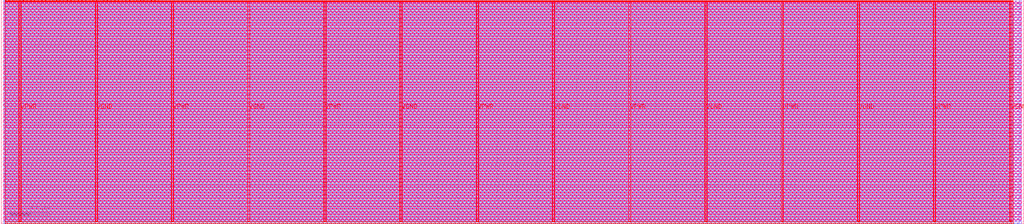
<source format=lef>
VERSION 5.7 ;
  NOWIREEXTENSIONATPIN ON ;
  DIVIDERCHAR "/" ;
  BUSBITCHARS "[]" ;
MACRO tt_um_rng_3_lucaz97
  CLASS BLOCK ;
  FOREIGN tt_um_rng_3_lucaz97 ;
  ORIGIN 0.000 0.000 ;
  SIZE 1030.400 BY 225.760 ;
  PIN VGND
    DIRECTION INOUT ;
    USE GROUND ;
    PORT
      LAYER met4 ;
        RECT 95.080 2.480 96.680 223.280 ;
    END
    PORT
      LAYER met4 ;
        RECT 248.680 2.480 250.280 223.280 ;
    END
    PORT
      LAYER met4 ;
        RECT 402.280 2.480 403.880 223.280 ;
    END
    PORT
      LAYER met4 ;
        RECT 555.880 2.480 557.480 223.280 ;
    END
    PORT
      LAYER met4 ;
        RECT 709.480 2.480 711.080 223.280 ;
    END
    PORT
      LAYER met4 ;
        RECT 863.080 2.480 864.680 223.280 ;
    END
    PORT
      LAYER met4 ;
        RECT 1016.680 2.480 1018.280 223.280 ;
    END
  END VGND
  PIN VPWR
    DIRECTION INOUT ;
    USE POWER ;
    PORT
      LAYER met4 ;
        RECT 18.280 2.480 19.880 223.280 ;
    END
    PORT
      LAYER met4 ;
        RECT 171.880 2.480 173.480 223.280 ;
    END
    PORT
      LAYER met4 ;
        RECT 325.480 2.480 327.080 223.280 ;
    END
    PORT
      LAYER met4 ;
        RECT 479.080 2.480 480.680 223.280 ;
    END
    PORT
      LAYER met4 ;
        RECT 632.680 2.480 634.280 223.280 ;
    END
    PORT
      LAYER met4 ;
        RECT 786.280 2.480 787.880 223.280 ;
    END
    PORT
      LAYER met4 ;
        RECT 939.880 2.480 941.480 223.280 ;
    END
  END VPWR
  PIN clk
    DIRECTION INPUT ;
    USE SIGNAL ;
    ANTENNAGATEAREA 0.852000 ;
    PORT
      LAYER met4 ;
        RECT 154.870 224.760 155.170 225.760 ;
    END
  END clk
  PIN ena
    DIRECTION INPUT ;
    USE SIGNAL ;
    PORT
      LAYER met4 ;
        RECT 158.550 224.760 158.850 225.760 ;
    END
  END ena
  PIN rst_n
    DIRECTION INPUT ;
    USE SIGNAL ;
    ANTENNAGATEAREA 0.247500 ;
    PORT
      LAYER met4 ;
        RECT 151.190 224.760 151.490 225.760 ;
    END
  END rst_n
  PIN ui_in[0]
    DIRECTION INPUT ;
    USE SIGNAL ;
    ANTENNAGATEAREA 0.742500 ;
    PORT
      LAYER met4 ;
        RECT 147.510 224.760 147.810 225.760 ;
    END
  END ui_in[0]
  PIN ui_in[1]
    DIRECTION INPUT ;
    USE SIGNAL ;
    PORT
      LAYER met4 ;
        RECT 143.830 224.760 144.130 225.760 ;
    END
  END ui_in[1]
  PIN ui_in[2]
    DIRECTION INPUT ;
    USE SIGNAL ;
    PORT
      LAYER met4 ;
        RECT 140.150 224.760 140.450 225.760 ;
    END
  END ui_in[2]
  PIN ui_in[3]
    DIRECTION INPUT ;
    USE SIGNAL ;
    PORT
      LAYER met4 ;
        RECT 136.470 224.760 136.770 225.760 ;
    END
  END ui_in[3]
  PIN ui_in[4]
    DIRECTION INPUT ;
    USE SIGNAL ;
    PORT
      LAYER met4 ;
        RECT 132.790 224.760 133.090 225.760 ;
    END
  END ui_in[4]
  PIN ui_in[5]
    DIRECTION INPUT ;
    USE SIGNAL ;
    PORT
      LAYER met4 ;
        RECT 129.110 224.760 129.410 225.760 ;
    END
  END ui_in[5]
  PIN ui_in[6]
    DIRECTION INPUT ;
    USE SIGNAL ;
    PORT
      LAYER met4 ;
        RECT 125.430 224.760 125.730 225.760 ;
    END
  END ui_in[6]
  PIN ui_in[7]
    DIRECTION INPUT ;
    USE SIGNAL ;
    PORT
      LAYER met4 ;
        RECT 121.750 224.760 122.050 225.760 ;
    END
  END ui_in[7]
  PIN uio_in[0]
    DIRECTION INPUT ;
    USE SIGNAL ;
    PORT
      LAYER met4 ;
        RECT 118.070 224.760 118.370 225.760 ;
    END
  END uio_in[0]
  PIN uio_in[1]
    DIRECTION INPUT ;
    USE SIGNAL ;
    PORT
      LAYER met4 ;
        RECT 114.390 224.760 114.690 225.760 ;
    END
  END uio_in[1]
  PIN uio_in[2]
    DIRECTION INPUT ;
    USE SIGNAL ;
    PORT
      LAYER met4 ;
        RECT 110.710 224.760 111.010 225.760 ;
    END
  END uio_in[2]
  PIN uio_in[3]
    DIRECTION INPUT ;
    USE SIGNAL ;
    PORT
      LAYER met4 ;
        RECT 107.030 224.760 107.330 225.760 ;
    END
  END uio_in[3]
  PIN uio_in[4]
    DIRECTION INPUT ;
    USE SIGNAL ;
    PORT
      LAYER met4 ;
        RECT 103.350 224.760 103.650 225.760 ;
    END
  END uio_in[4]
  PIN uio_in[5]
    DIRECTION INPUT ;
    USE SIGNAL ;
    PORT
      LAYER met4 ;
        RECT 99.670 224.760 99.970 225.760 ;
    END
  END uio_in[5]
  PIN uio_in[6]
    DIRECTION INPUT ;
    USE SIGNAL ;
    PORT
      LAYER met4 ;
        RECT 95.990 224.760 96.290 225.760 ;
    END
  END uio_in[6]
  PIN uio_in[7]
    DIRECTION INPUT ;
    USE SIGNAL ;
    PORT
      LAYER met4 ;
        RECT 92.310 224.760 92.610 225.760 ;
    END
  END uio_in[7]
  PIN uio_oe[0]
    DIRECTION OUTPUT TRISTATE ;
    USE SIGNAL ;
    PORT
      LAYER met4 ;
        RECT 29.750 224.760 30.050 225.760 ;
    END
  END uio_oe[0]
  PIN uio_oe[1]
    DIRECTION OUTPUT TRISTATE ;
    USE SIGNAL ;
    PORT
      LAYER met4 ;
        RECT 26.070 224.760 26.370 225.760 ;
    END
  END uio_oe[1]
  PIN uio_oe[2]
    DIRECTION OUTPUT TRISTATE ;
    USE SIGNAL ;
    PORT
      LAYER met4 ;
        RECT 22.390 224.760 22.690 225.760 ;
    END
  END uio_oe[2]
  PIN uio_oe[3]
    DIRECTION OUTPUT TRISTATE ;
    USE SIGNAL ;
    PORT
      LAYER met4 ;
        RECT 18.710 224.760 19.010 225.760 ;
    END
  END uio_oe[3]
  PIN uio_oe[4]
    DIRECTION OUTPUT TRISTATE ;
    USE SIGNAL ;
    PORT
      LAYER met4 ;
        RECT 15.030 224.760 15.330 225.760 ;
    END
  END uio_oe[4]
  PIN uio_oe[5]
    DIRECTION OUTPUT TRISTATE ;
    USE SIGNAL ;
    PORT
      LAYER met4 ;
        RECT 11.350 224.760 11.650 225.760 ;
    END
  END uio_oe[5]
  PIN uio_oe[6]
    DIRECTION OUTPUT TRISTATE ;
    USE SIGNAL ;
    PORT
      LAYER met4 ;
        RECT 7.670 224.760 7.970 225.760 ;
    END
  END uio_oe[6]
  PIN uio_oe[7]
    DIRECTION OUTPUT TRISTATE ;
    USE SIGNAL ;
    PORT
      LAYER met4 ;
        RECT 3.990 224.760 4.290 225.760 ;
    END
  END uio_oe[7]
  PIN uio_out[0]
    DIRECTION OUTPUT TRISTATE ;
    USE SIGNAL ;
    PORT
      LAYER met4 ;
        RECT 59.190 224.760 59.490 225.760 ;
    END
  END uio_out[0]
  PIN uio_out[1]
    DIRECTION OUTPUT TRISTATE ;
    USE SIGNAL ;
    PORT
      LAYER met4 ;
        RECT 55.510 224.760 55.810 225.760 ;
    END
  END uio_out[1]
  PIN uio_out[2]
    DIRECTION OUTPUT TRISTATE ;
    USE SIGNAL ;
    PORT
      LAYER met4 ;
        RECT 51.830 224.760 52.130 225.760 ;
    END
  END uio_out[2]
  PIN uio_out[3]
    DIRECTION OUTPUT TRISTATE ;
    USE SIGNAL ;
    PORT
      LAYER met4 ;
        RECT 48.150 224.760 48.450 225.760 ;
    END
  END uio_out[3]
  PIN uio_out[4]
    DIRECTION OUTPUT TRISTATE ;
    USE SIGNAL ;
    PORT
      LAYER met4 ;
        RECT 44.470 224.760 44.770 225.760 ;
    END
  END uio_out[4]
  PIN uio_out[5]
    DIRECTION OUTPUT TRISTATE ;
    USE SIGNAL ;
    PORT
      LAYER met4 ;
        RECT 40.790 224.760 41.090 225.760 ;
    END
  END uio_out[5]
  PIN uio_out[6]
    DIRECTION OUTPUT TRISTATE ;
    USE SIGNAL ;
    PORT
      LAYER met4 ;
        RECT 37.110 224.760 37.410 225.760 ;
    END
  END uio_out[6]
  PIN uio_out[7]
    DIRECTION OUTPUT TRISTATE ;
    USE SIGNAL ;
    PORT
      LAYER met4 ;
        RECT 33.430 224.760 33.730 225.760 ;
    END
  END uio_out[7]
  PIN uo_out[0]
    DIRECTION OUTPUT TRISTATE ;
    USE SIGNAL ;
    ANTENNADIFFAREA 1.336500 ;
    PORT
      LAYER met4 ;
        RECT 88.630 224.760 88.930 225.760 ;
    END
  END uo_out[0]
  PIN uo_out[1]
    DIRECTION OUTPUT TRISTATE ;
    USE SIGNAL ;
    ANTENNADIFFAREA 1.336500 ;
    PORT
      LAYER met4 ;
        RECT 84.950 224.760 85.250 225.760 ;
    END
  END uo_out[1]
  PIN uo_out[2]
    DIRECTION OUTPUT TRISTATE ;
    USE SIGNAL ;
    PORT
      LAYER met4 ;
        RECT 81.270 224.760 81.570 225.760 ;
    END
  END uo_out[2]
  PIN uo_out[3]
    DIRECTION OUTPUT TRISTATE ;
    USE SIGNAL ;
    PORT
      LAYER met4 ;
        RECT 77.590 224.760 77.890 225.760 ;
    END
  END uo_out[3]
  PIN uo_out[4]
    DIRECTION OUTPUT TRISTATE ;
    USE SIGNAL ;
    PORT
      LAYER met4 ;
        RECT 73.910 224.760 74.210 225.760 ;
    END
  END uo_out[4]
  PIN uo_out[5]
    DIRECTION OUTPUT TRISTATE ;
    USE SIGNAL ;
    PORT
      LAYER met4 ;
        RECT 70.230 224.760 70.530 225.760 ;
    END
  END uo_out[5]
  PIN uo_out[6]
    DIRECTION OUTPUT TRISTATE ;
    USE SIGNAL ;
    PORT
      LAYER met4 ;
        RECT 66.550 224.760 66.850 225.760 ;
    END
  END uo_out[6]
  PIN uo_out[7]
    DIRECTION OUTPUT TRISTATE ;
    USE SIGNAL ;
    PORT
      LAYER met4 ;
        RECT 62.870 224.760 63.170 225.760 ;
    END
  END uo_out[7]
  OBS
      LAYER nwell ;
        RECT 2.570 221.625 1027.830 223.230 ;
        RECT 2.570 216.185 1027.830 219.015 ;
        RECT 2.570 210.745 1027.830 213.575 ;
        RECT 2.570 205.305 1027.830 208.135 ;
        RECT 2.570 199.865 1027.830 202.695 ;
        RECT 2.570 194.425 1027.830 197.255 ;
        RECT 2.570 188.985 1027.830 191.815 ;
        RECT 2.570 183.545 1027.830 186.375 ;
        RECT 2.570 178.105 1027.830 180.935 ;
        RECT 2.570 172.665 1027.830 175.495 ;
        RECT 2.570 167.225 1027.830 170.055 ;
        RECT 2.570 161.785 1027.830 164.615 ;
        RECT 2.570 156.345 1027.830 159.175 ;
        RECT 2.570 150.905 1027.830 153.735 ;
        RECT 2.570 145.465 1027.830 148.295 ;
        RECT 2.570 140.025 1027.830 142.855 ;
        RECT 2.570 134.585 1027.830 137.415 ;
        RECT 2.570 129.145 1027.830 131.975 ;
        RECT 2.570 123.705 1027.830 126.535 ;
        RECT 2.570 118.265 1027.830 121.095 ;
        RECT 2.570 112.825 1027.830 115.655 ;
        RECT 2.570 107.385 1027.830 110.215 ;
        RECT 2.570 101.945 1027.830 104.775 ;
        RECT 2.570 96.505 1027.830 99.335 ;
        RECT 2.570 91.065 1027.830 93.895 ;
        RECT 2.570 85.625 1027.830 88.455 ;
        RECT 2.570 80.185 1027.830 83.015 ;
        RECT 2.570 74.745 1027.830 77.575 ;
        RECT 2.570 69.305 1027.830 72.135 ;
        RECT 2.570 63.865 1027.830 66.695 ;
        RECT 2.570 58.425 1027.830 61.255 ;
        RECT 2.570 52.985 1027.830 55.815 ;
        RECT 2.570 47.545 1027.830 50.375 ;
        RECT 2.570 42.105 1027.830 44.935 ;
        RECT 2.570 36.665 1027.830 39.495 ;
        RECT 2.570 31.225 1027.830 34.055 ;
        RECT 2.570 25.785 1027.830 28.615 ;
        RECT 2.570 20.345 1027.830 23.175 ;
        RECT 2.570 14.905 1027.830 17.735 ;
        RECT 2.570 9.465 1027.830 12.295 ;
        RECT 2.570 4.025 1027.830 6.855 ;
      LAYER li1 ;
        RECT 2.760 2.635 1027.640 223.125 ;
      LAYER met1 ;
        RECT 2.760 0.040 1027.940 225.720 ;
      LAYER met2 ;
        RECT 3.310 0.010 1026.160 225.750 ;
      LAYER met3 ;
        RECT 3.285 0.175 1020.010 225.585 ;
      LAYER met4 ;
        RECT 4.690 224.360 7.270 224.760 ;
        RECT 8.370 224.360 10.950 224.760 ;
        RECT 12.050 224.360 14.630 224.760 ;
        RECT 15.730 224.360 18.310 224.760 ;
        RECT 19.410 224.360 21.990 224.760 ;
        RECT 23.090 224.360 25.670 224.760 ;
        RECT 26.770 224.360 29.350 224.760 ;
        RECT 30.450 224.360 33.030 224.760 ;
        RECT 34.130 224.360 36.710 224.760 ;
        RECT 37.810 224.360 40.390 224.760 ;
        RECT 41.490 224.360 44.070 224.760 ;
        RECT 45.170 224.360 47.750 224.760 ;
        RECT 48.850 224.360 51.430 224.760 ;
        RECT 52.530 224.360 55.110 224.760 ;
        RECT 56.210 224.360 58.790 224.760 ;
        RECT 59.890 224.360 62.470 224.760 ;
        RECT 63.570 224.360 66.150 224.760 ;
        RECT 67.250 224.360 69.830 224.760 ;
        RECT 70.930 224.360 73.510 224.760 ;
        RECT 74.610 224.360 77.190 224.760 ;
        RECT 78.290 224.360 80.870 224.760 ;
        RECT 81.970 224.360 84.550 224.760 ;
        RECT 85.650 224.360 88.230 224.760 ;
        RECT 89.330 224.360 91.910 224.760 ;
        RECT 93.010 224.360 95.590 224.760 ;
        RECT 96.690 224.360 99.270 224.760 ;
        RECT 100.370 224.360 102.950 224.760 ;
        RECT 104.050 224.360 106.630 224.760 ;
        RECT 107.730 224.360 110.310 224.760 ;
        RECT 111.410 224.360 113.990 224.760 ;
        RECT 115.090 224.360 117.670 224.760 ;
        RECT 118.770 224.360 121.350 224.760 ;
        RECT 122.450 224.360 125.030 224.760 ;
        RECT 126.130 224.360 128.710 224.760 ;
        RECT 129.810 224.360 132.390 224.760 ;
        RECT 133.490 224.360 136.070 224.760 ;
        RECT 137.170 224.360 139.750 224.760 ;
        RECT 140.850 224.360 143.430 224.760 ;
        RECT 144.530 224.360 147.110 224.760 ;
        RECT 148.210 224.360 150.790 224.760 ;
        RECT 151.890 224.360 154.470 224.760 ;
        RECT 155.570 224.360 158.150 224.760 ;
        RECT 159.250 224.360 1019.985 224.760 ;
        RECT 3.975 223.680 1019.985 224.360 ;
        RECT 3.975 2.080 17.880 223.680 ;
        RECT 20.280 2.080 94.680 223.680 ;
        RECT 97.080 2.080 171.480 223.680 ;
        RECT 173.880 2.080 248.280 223.680 ;
        RECT 250.680 2.080 325.080 223.680 ;
        RECT 327.480 2.080 401.880 223.680 ;
        RECT 404.280 2.080 478.680 223.680 ;
        RECT 481.080 2.080 555.480 223.680 ;
        RECT 557.880 2.080 632.280 223.680 ;
        RECT 634.680 2.080 709.080 223.680 ;
        RECT 711.480 2.080 785.880 223.680 ;
        RECT 788.280 2.080 862.680 223.680 ;
        RECT 865.080 2.080 939.480 223.680 ;
        RECT 941.880 2.080 1016.280 223.680 ;
        RECT 1018.680 2.080 1019.985 223.680 ;
        RECT 3.975 0.175 1019.985 2.080 ;
  END
END tt_um_rng_3_lucaz97
END LIBRARY


</source>
